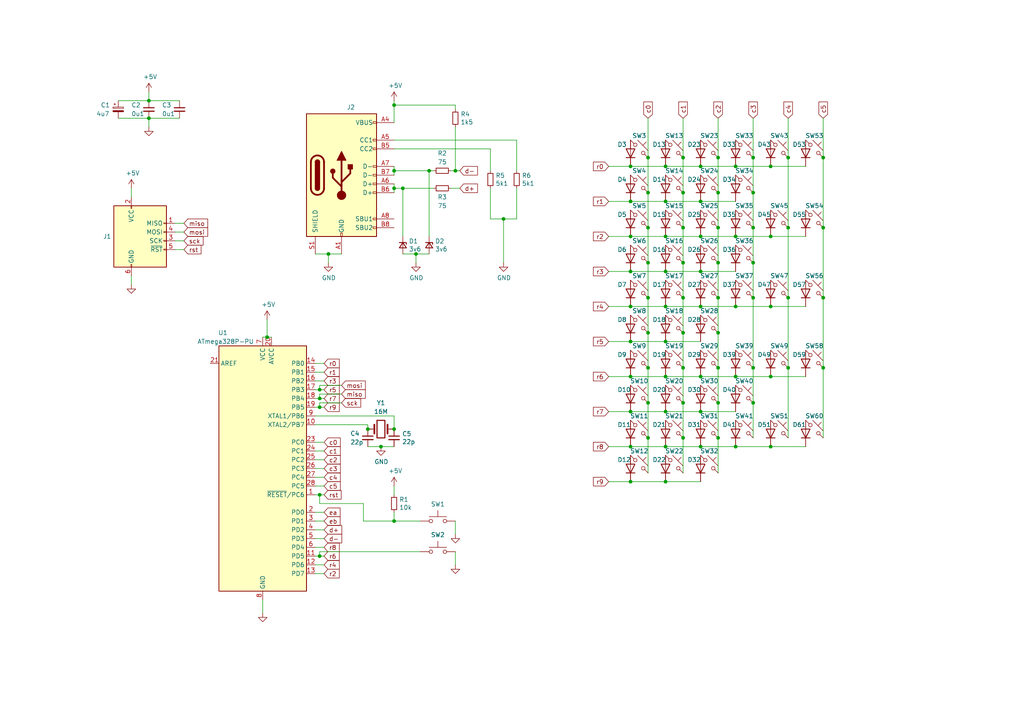
<source format=kicad_sch>
(kicad_sch (version 20231120) (generator "eeschema") (generator_version "8.0")
  (paper "A4")
  (title_block (title "Framework") (date "2021-01-17") (rev "1") (company "7c8"))
  (junction (at 132.08 49.53))
  (junction (at 223.52 48.26))
  (junction (at 193.04 139.7))
  (junction (at 228.6 86.36))
  (junction (at 223.52 88.9))
  (junction (at 223.52 129.54))
  (junction (at 223.52 68.58))
  (junction (at 228.6 66.04))
  (junction (at 218.44 76.2))
  (junction (at 208.28 106.68))
  (junction (at 203.2 119.38))
  (junction (at 203.2 78.74))
  (junction (at 182.88 139.7))
  (junction (at 208.28 55.88))
  (junction (at 213.36 48.26))
  (junction (at 114.3 49.53))
  (junction (at 187.96 127))
  (junction (at 228.6 106.68))
  (junction (at 198.12 127))
  (junction (at 238.76 66.04))
  (junction (at 218.44 66.04))
  (junction (at 203.2 48.26))
  (junction (at 213.36 88.9))
  (junction (at 182.88 78.74))
  (junction (at 218.44 55.88))
  (junction (at 120.65 73.66))
  (junction (at 92.71 115.57))
  (junction (at 182.88 68.58))
  (junction (at 238.76 106.68))
  (junction (at 193.04 48.26))
  (junction (at 223.52 109.22))
  (junction (at 213.36 129.54))
  (junction (at 182.88 99.06))
  (junction (at 208.28 45.72))
  (junction (at 218.44 45.72))
  (junction (at 187.96 116.84))
  (junction (at 208.28 86.36))
  (junction (at 203.2 109.22))
  (junction (at 187.96 76.2))
  (junction (at 198.12 45.72))
  (junction (at 193.04 78.74))
  (junction (at 187.96 96.52))
  (junction (at 193.04 68.58))
  (junction (at 193.04 99.06))
  (junction (at 218.44 86.36))
  (junction (at 218.44 106.68))
  (junction (at 114.3 54.61))
  (junction (at 106.68 124.46))
  (junction (at 92.71 113.03))
  (junction (at 208.28 76.2))
  (junction (at 203.2 68.58))
  (junction (at 114.3 124.46))
  (junction (at 187.96 106.68))
  (junction (at 187.96 55.88))
  (junction (at 182.88 129.54))
  (junction (at 193.04 119.38))
  (junction (at 203.2 58.42))
  (junction (at 208.28 116.84))
  (junction (at 43.18 29.21))
  (junction (at 182.88 119.38))
  (junction (at 92.71 118.11))
  (junction (at 182.88 48.26))
  (junction (at 193.04 88.9))
  (junction (at 182.88 88.9))
  (junction (at 203.2 129.54))
  (junction (at 187.96 45.72))
  (junction (at 198.12 116.84))
  (junction (at 187.96 66.04))
  (junction (at 92.71 161.29))
  (junction (at 77.47 97.79))
  (junction (at 208.28 66.04))
  (junction (at 198.12 96.52))
  (junction (at 114.3 151.13))
  (junction (at 198.12 86.36))
  (junction (at 182.88 109.22))
  (junction (at 208.28 96.52))
  (junction (at 193.04 109.22))
  (junction (at 238.76 86.36))
  (junction (at 92.71 143.51))
  (junction (at 182.88 58.42))
  (junction (at 43.18 34.29))
  (junction (at 114.3 30.48))
  (junction (at 203.2 88.9))
  (junction (at 198.12 76.2))
  (junction (at 116.84 54.61))
  (junction (at 198.12 55.88))
  (junction (at 228.6 45.72))
  (junction (at 213.36 109.22))
  (junction (at 146.05 63.5))
  (junction (at 198.12 106.68))
  (junction (at 218.44 116.84))
  (junction (at 213.36 68.58))
  (junction (at 95.25 73.66))
  (junction (at 193.04 129.54))
  (junction (at 110.49 129.54))
  (junction (at 187.96 86.36))
  (junction (at 193.04 58.42))
  (junction (at 208.28 127))
  (junction (at 238.76 45.72))
  (junction (at 198.12 66.04))
  (junction (at 124.46 49.53))
  (wire (pts (xy 92.71 116.84) (xy 99.06 116.84)))
  (wire (pts (xy 208.28 86.36) (xy 208.28 76.2)))
  (wire (pts (xy 50.8 72.39) (xy 53.34 72.39)))
  (wire (pts (xy 182.88 68.58) (xy 193.04 68.58)))
  (wire (pts (xy 76.2 97.79) (xy 77.47 97.79)))
  (wire (pts (xy 34.29 34.29) (xy 43.18 34.29)))
  (wire (pts (xy 149.86 40.64) (xy 114.3 40.64)))
  (wire (pts (xy 114.3 124.46) (xy 114.3 120.65)))
  (wire (pts (xy 198.12 96.52) (xy 198.12 86.36)))
  (wire (pts (xy 93.98 130.81) (xy 91.44 130.81)))
  (wire (pts (xy 91.44 148.59) (xy 93.98 148.59)))
  (wire (pts (xy 50.8 64.77) (xy 53.34 64.77)))
  (wire (pts (xy 93.98 107.95) (xy 91.44 107.95)))
  (wire (pts (xy 238.76 66.04) (xy 238.76 86.36)))
  (wire (pts (xy 120.65 76.2) (xy 120.65 73.66)))
  (wire (pts (xy 50.8 69.85) (xy 53.34 69.85)))
  (wire (pts (xy 198.12 137.16) (xy 198.12 127)))
  (wire (pts (xy 50.8 67.31) (xy 53.34 67.31)))
  (wire (pts (xy 176.53 119.38) (xy 182.88 119.38)))
  (wire (pts (xy 187.96 116.84) (xy 187.96 106.68)))
  (wire (pts (xy 182.88 99.06) (xy 193.04 99.06)))
  (wire (pts (xy 187.96 86.36) (xy 187.96 76.2)))
  (wire (pts (xy 198.12 116.84) (xy 198.12 106.68)))
  (wire (pts (xy 91.44 105.41) (xy 93.98 105.41)))
  (wire (pts (xy 106.68 129.54) (xy 110.49 129.54)))
  (wire (pts (xy 146.05 63.5) (xy 146.05 76.2)))
  (wire (pts (xy 142.24 54.61) (xy 142.24 63.5)))
  (wire (pts (xy 208.28 106.68) (xy 208.28 96.52)))
  (wire (pts (xy 149.86 63.5) (xy 149.86 54.61)))
  (wire (pts (xy 114.3 120.65) (xy 91.44 120.65)))
  (wire (pts (xy 193.04 68.58) (xy 203.2 68.58)))
  (wire (pts (xy 193.04 58.42) (xy 203.2 58.42)))
  (wire (pts (xy 198.12 76.2) (xy 198.12 66.04)))
  (wire (pts (xy 182.88 109.22) (xy 193.04 109.22)))
  (wire (pts (xy 176.53 88.9) (xy 182.88 88.9)))
  (wire (pts (xy 182.88 48.26) (xy 193.04 48.26)))
  (wire (pts (xy 142.24 49.53) (xy 142.24 43.18)))
  (wire (pts (xy 198.12 127) (xy 198.12 116.84)))
  (wire (pts (xy 92.71 160.02) (xy 92.71 161.29)))
  (wire (pts (xy 203.2 88.9) (xy 213.36 88.9)))
  (wire (pts (xy 95.25 73.66) (xy 99.06 73.66)))
  (wire (pts (xy 176.53 48.26) (xy 182.88 48.26)))
  (wire (pts (xy 223.52 68.58) (xy 233.68 68.58)))
  (wire (pts (xy 91.44 163.83) (xy 93.98 163.83)))
  (wire (pts (xy 114.3 54.61) (xy 116.84 54.61)))
  (wire (pts (xy 95.25 73.66) (xy 95.25 76.2)))
  (wire (pts (xy 77.47 92.71) (xy 77.47 97.79)))
  (wire (pts (xy 93.98 135.89) (xy 91.44 135.89)))
  (wire (pts (xy 114.3 148.59) (xy 114.3 151.13)))
  (wire (pts (xy 114.3 35.56) (xy 114.3 30.48)))
  (wire (pts (xy 91.44 166.37) (xy 93.98 166.37)))
  (wire (pts (xy 77.47 97.79) (xy 78.74 97.79)))
  (wire (pts (xy 187.96 34.29) (xy 187.96 45.72)))
  (wire (pts (xy 228.6 106.68) (xy 228.6 127)))
  (wire (pts (xy 187.96 55.88) (xy 187.96 45.72)))
  (wire (pts (xy 116.84 68.58) (xy 116.84 54.61)))
  (wire (pts (xy 208.28 137.16) (xy 208.28 127)))
  (wire (pts (xy 208.28 127) (xy 208.28 116.84)))
  (wire (pts (xy 182.88 78.74) (xy 193.04 78.74)))
  (wire (pts (xy 213.36 129.54) (xy 223.52 129.54)))
  (wire (pts (xy 218.44 86.36) (xy 218.44 106.68)))
  (wire (pts (xy 208.28 116.84) (xy 208.28 106.68)))
  (wire (pts (xy 238.76 45.72) (xy 238.76 66.04)))
  (wire (pts (xy 182.88 119.38) (xy 193.04 119.38)))
  (wire (pts (xy 218.44 76.2) (xy 218.44 66.04)))
  (wire (pts (xy 176.53 139.7) (xy 182.88 139.7)))
  (wire (pts (xy 203.2 78.74) (xy 213.36 78.74)))
  (wire (pts (xy 176.53 99.06) (xy 182.88 99.06)))
  (wire (pts (xy 203.2 129.54) (xy 213.36 129.54)))
  (wire (pts (xy 106.68 124.46) (xy 106.68 123.19)))
  (wire (pts (xy 76.2 173.99) (xy 76.2 177.8)))
  (wire (pts (xy 105.41 151.13) (xy 114.3 151.13)))
  (wire (pts (xy 114.3 151.13) (xy 121.92 151.13)))
  (wire (pts (xy 228.6 66.04) (xy 228.6 86.36)))
  (wire (pts (xy 91.44 73.66) (xy 95.25 73.66)))
  (wire (pts (xy 218.44 66.04) (xy 218.44 55.88)))
  (wire (pts (xy 193.04 78.74) (xy 203.2 78.74)))
  (wire (pts (xy 116.84 54.61) (xy 125.73 54.61)))
  (wire (pts (xy 92.71 111.76) (xy 99.06 111.76)))
  (wire (pts (xy 187.96 106.68) (xy 187.96 96.52)))
  (wire (pts (xy 132.08 31.75) (xy 132.08 30.48)))
  (wire (pts (xy 91.44 158.75) (xy 93.98 158.75)))
  (wire (pts (xy 105.41 146.05) (xy 105.41 151.13)))
  (wire (pts (xy 114.3 54.61) (xy 114.3 55.88)))
  (wire (pts (xy 218.44 86.36) (xy 218.44 76.2)))
  (wire (pts (xy 187.96 66.04) (xy 187.96 55.88)))
  (wire (pts (xy 142.24 63.5) (xy 146.05 63.5)))
  (wire (pts (xy 208.28 55.88) (xy 208.28 45.72)))
  (wire (pts (xy 91.44 151.13) (xy 93.98 151.13)))
  (wire (pts (xy 238.76 34.29) (xy 238.76 45.72)))
  (wire (pts (xy 193.04 88.9) (xy 203.2 88.9)))
  (wire (pts (xy 92.71 118.11) (xy 92.71 116.84)))
  (wire (pts (xy 193.04 129.54) (xy 203.2 129.54)))
  (wire (pts (xy 176.53 58.42) (xy 182.88 58.42)))
  (wire (pts (xy 213.36 88.9) (xy 223.52 88.9)))
  (wire (pts (xy 130.81 54.61) (xy 133.35 54.61)))
  (wire (pts (xy 43.18 26.67) (xy 43.18 29.21)))
  (wire (pts (xy 187.96 96.52) (xy 187.96 86.36)))
  (wire (pts (xy 92.71 114.3) (xy 99.06 114.3)))
  (wire (pts (xy 92.71 143.51) (xy 92.71 146.05)))
  (wire (pts (xy 92.71 115.57) (xy 92.71 114.3)))
  (wire (pts (xy 38.1 82.55) (xy 38.1 80.01)))
  (wire (pts (xy 193.04 109.22) (xy 203.2 109.22)))
  (wire (pts (xy 91.44 115.57) (xy 92.71 115.57)))
  (wire (pts (xy 92.71 161.29) (xy 93.98 161.29)))
  (wire (pts (xy 193.04 139.7) (xy 203.2 139.7)))
  (wire (pts (xy 238.76 106.68) (xy 238.76 127)))
  (wire (pts (xy 91.44 153.67) (xy 93.98 153.67)))
  (wire (pts (xy 132.08 30.48) (xy 114.3 30.48)))
  (wire (pts (xy 114.3 30.48) (xy 114.3 29.21)))
  (wire (pts (xy 187.96 137.16) (xy 187.96 127)))
  (wire (pts (xy 198.12 34.29) (xy 198.12 45.72)))
  (wire (pts (xy 208.28 76.2) (xy 208.28 66.04)))
  (wire (pts (xy 182.88 139.7) (xy 193.04 139.7)))
  (wire (pts (xy 114.3 49.53) (xy 124.46 49.53)))
  (wire (pts (xy 132.08 36.83) (xy 132.08 49.53)))
  (wire (pts (xy 142.24 43.18) (xy 114.3 43.18)))
  (wire (pts (xy 198.12 55.88) (xy 198.12 45.72)))
  (wire (pts (xy 93.98 128.27) (xy 91.44 128.27)))
  (wire (pts (xy 208.28 34.29) (xy 208.28 45.72)))
  (wire (pts (xy 182.88 88.9) (xy 193.04 88.9)))
  (wire (pts (xy 218.44 55.88) (xy 218.44 45.72)))
  (wire (pts (xy 93.98 138.43) (xy 91.44 138.43)))
  (wire (pts (xy 92.71 143.51) (xy 93.98 143.51)))
  (wire (pts (xy 93.98 133.35) (xy 91.44 133.35)))
  (wire (pts (xy 198.12 66.04) (xy 198.12 55.88)))
  (wire (pts (xy 223.52 88.9) (xy 233.68 88.9)))
  (wire (pts (xy 106.68 123.19) (xy 91.44 123.19)))
  (wire (pts (xy 223.52 48.26) (xy 233.68 48.26)))
  (wire (pts (xy 120.65 73.66) (xy 124.46 73.66)))
  (wire (pts (xy 208.28 66.04) (xy 208.28 55.88)))
  (wire (pts (xy 43.18 36.83) (xy 43.18 34.29)))
  (wire (pts (xy 193.04 119.38) (xy 203.2 119.38)))
  (wire (pts (xy 93.98 115.57) (xy 92.71 115.57)))
  (wire (pts (xy 91.44 143.51) (xy 92.71 143.51)))
  (wire (pts (xy 213.36 68.58) (xy 223.52 68.58)))
  (wire (pts (xy 93.98 113.03) (xy 92.71 113.03)))
  (wire (pts (xy 228.6 86.36) (xy 228.6 106.68)))
  (wire (pts (xy 182.88 58.42) (xy 193.04 58.42)))
  (wire (pts (xy 187.96 76.2) (xy 187.96 66.04)))
  (wire (pts (xy 218.44 127) (xy 218.44 116.84)))
  (wire (pts (xy 176.53 129.54) (xy 182.88 129.54)))
  (wire (pts (xy 218.44 34.29) (xy 218.44 45.72)))
  (wire (pts (xy 124.46 49.53) (xy 125.73 49.53)))
  (wire (pts (xy 187.96 127) (xy 187.96 116.84)))
  (wire (pts (xy 203.2 109.22) (xy 213.36 109.22)))
  (wire (pts (xy 114.3 48.26) (xy 114.3 49.53)))
  (wire (pts (xy 228.6 45.72) (xy 228.6 66.04)))
  (wire (pts (xy 203.2 58.42) (xy 213.36 58.42)))
  (wire (pts (xy 182.88 129.54) (xy 193.04 129.54)))
  (wire (pts (xy 198.12 106.68) (xy 198.12 96.52)))
  (wire (pts (xy 93.98 118.11) (xy 92.71 118.11)))
  (wire (pts (xy 203.2 48.26) (xy 213.36 48.26)))
  (wire (pts (xy 132.08 49.53) (xy 133.35 49.53)))
  (wire (pts (xy 91.44 118.11) (xy 92.71 118.11)))
  (wire (pts (xy 116.84 73.66) (xy 120.65 73.66)))
  (wire (pts (xy 193.04 99.06) (xy 203.2 99.06)))
  (wire (pts (xy 203.2 68.58) (xy 213.36 68.58)))
  (wire (pts (xy 130.81 49.53) (xy 132.08 49.53)))
  (wire (pts (xy 223.52 109.22) (xy 233.68 109.22)))
  (wire (pts (xy 198.12 86.36) (xy 198.12 76.2)))
  (wire (pts (xy 213.36 109.22) (xy 223.52 109.22)))
  (wire (pts (xy 91.44 113.03) (xy 92.71 113.03)))
  (wire (pts (xy 91.44 156.21) (xy 93.98 156.21)))
  (wire (pts (xy 124.46 68.58) (xy 124.46 49.53)))
  (wire (pts (xy 92.71 160.02) (xy 121.92 160.02)))
  (wire (pts (xy 93.98 110.49) (xy 91.44 110.49)))
  (wire (pts (xy 92.71 113.03) (xy 92.71 111.76)))
  (wire (pts (xy 110.49 129.54) (xy 114.3 129.54)))
  (wire (pts (xy 176.53 109.22) (xy 182.88 109.22)))
  (wire (pts (xy 114.3 53.34) (xy 114.3 54.61)))
  (wire (pts (xy 203.2 119.38) (xy 213.36 119.38)))
  (wire (pts (xy 193.04 48.26) (xy 203.2 48.26)))
  (wire (pts (xy 228.6 34.29) (xy 228.6 45.72)))
  (wire (pts (xy 176.53 68.58) (xy 182.88 68.58)))
  (wire (pts (xy 238.76 86.36) (xy 238.76 106.68)))
  (wire (pts (xy 208.28 96.52) (xy 208.28 86.36)))
  (wire (pts (xy 149.86 49.53) (xy 149.86 40.64)))
  (wire (pts (xy 43.18 29.21) (xy 52.07 29.21)))
  (wire (pts (xy 114.3 49.53) (xy 114.3 50.8)))
  (wire (pts (xy 34.29 29.21) (xy 43.18 29.21)))
  (wire (pts (xy 93.98 140.97) (xy 91.44 140.97)))
  (wire (pts (xy 38.1 57.15) (xy 38.1 54.61)))
  (wire (pts (xy 92.71 146.05) (xy 105.41 146.05)))
  (wire (pts (xy 132.08 160.02) (xy 132.08 163.83)))
  (wire (pts (xy 132.08 151.13) (xy 132.08 154.94)))
  (wire (pts (xy 114.3 140.97) (xy 114.3 143.51)))
  (wire (pts (xy 176.53 78.74) (xy 182.88 78.74)))
  (wire (pts (xy 91.44 161.29) (xy 92.71 161.29)))
  (wire (pts (xy 146.05 63.5) (xy 149.86 63.5)))
  (wire (pts (xy 223.52 129.54) (xy 233.68 129.54)))
  (wire (pts (xy 218.44 116.84) (xy 218.44 106.68)))
  (wire (pts (xy 43.18 34.29) (xy 52.07 34.29)))
  (wire (pts (xy 213.36 48.26) (xy 223.52 48.26)))
  (global_label "rst" (shape input) (at 93.98 143.51 0) (property "Intersheetrefs" "${INTERSHEET_REFS}" (effects (hide yes))))
  (global_label "r9" (shape input) (at 176.53 139.7 180) (property "Intersheetrefs" "${INTERSHEET_REFS}" (effects (hide yes))))
  (global_label "mosi" (shape input) (at 99.06 111.76 0) (property "Intersheetrefs" "${INTERSHEET_REFS}" (effects (hide yes))))
  (global_label "c4" (shape input) (at 228.6 34.29 90) (property "Intersheetrefs" "${INTERSHEET_REFS}" (effects (hide yes))))
  (global_label "r5" (shape input) (at 176.53 99.06 180) (property "Intersheetrefs" "${INTERSHEET_REFS}" (effects (hide yes))))
  (global_label "c1" (shape input) (at 198.12 34.29 90) (property "Intersheetrefs" "${INTERSHEET_REFS}" (effects (hide yes))))
  (global_label "eb" (shape input) (at 93.98 151.13 0) (property "Intersheetrefs" "${INTERSHEET_REFS}" (effects (hide yes))))
  (global_label "c5" (shape input) (at 238.76 34.29 90) (property "Intersheetrefs" "${INTERSHEET_REFS}" (effects (hide yes))))
  (global_label "rst" (shape input) (at 53.34 72.39 0) (property "Intersheetrefs" "${INTERSHEET_REFS}" (effects (hide yes))))
  (global_label "r2" (shape input) (at 93.98 166.37 0) (property "Intersheetrefs" "${INTERSHEET_REFS}" (effects (hide yes))))
  (global_label "r7" (shape input) (at 176.53 119.38 180) (property "Intersheetrefs" "${INTERSHEET_REFS}" (effects (hide yes))))
  (global_label "r9" (shape input) (at 93.98 118.11 0) (property "Intersheetrefs" "${INTERSHEET_REFS}" (effects (hide yes))))
  (global_label "d+" (shape input) (at 93.98 153.67 0) (property "Intersheetrefs" "${INTERSHEET_REFS}" (effects (hide yes))))
  (global_label "r7" (shape input) (at 93.98 115.57 0) (property "Intersheetrefs" "${INTERSHEET_REFS}" (effects (hide yes))))
  (global_label "sck" (shape input) (at 53.34 69.85 0) (property "Intersheetrefs" "${INTERSHEET_REFS}" (effects (hide yes))))
  (global_label "r6" (shape input) (at 176.53 109.22 180) (property "Intersheetrefs" "${INTERSHEET_REFS}" (effects (hide yes))))
  (global_label "ea" (shape input) (at 93.98 148.59 0) (property "Intersheetrefs" "${INTERSHEET_REFS}" (effects (hide yes))))
  (global_label "r3" (shape input) (at 93.98 110.49 0) (property "Intersheetrefs" "${INTERSHEET_REFS}" (effects (hide yes))))
  (global_label "miso" (shape input) (at 53.34 64.77 0) (property "Intersheetrefs" "${INTERSHEET_REFS}" (effects (hide yes))))
  (global_label "miso" (shape input) (at 99.06 114.3 0) (property "Intersheetrefs" "${INTERSHEET_REFS}" (effects (hide yes))))
  (global_label "c3" (shape input) (at 93.98 135.89 0) (property "Intersheetrefs" "${INTERSHEET_REFS}" (effects (hide yes))))
  (global_label "c0" (shape input) (at 187.96 34.29 90) (property "Intersheetrefs" "${INTERSHEET_REFS}" (effects (hide yes))))
  (global_label "r4" (shape input) (at 176.53 88.9 180) (property "Intersheetrefs" "${INTERSHEET_REFS}" (effects (hide yes))))
  (global_label "r1" (shape input) (at 176.53 58.42 180) (property "Intersheetrefs" "${INTERSHEET_REFS}" (effects (hide yes))))
  (global_label "d+" (shape input) (at 133.35 54.61 0) (property "Intersheetrefs" "${INTERSHEET_REFS}" (effects (hide yes))))
  (global_label "r3" (shape input) (at 176.53 78.74 180) (property "Intersheetrefs" "${INTERSHEET_REFS}" (effects (hide yes))))
  (global_label "d-" (shape input) (at 133.35 49.53 0) (property "Intersheetrefs" "${INTERSHEET_REFS}" (effects (hide yes))))
  (global_label "r8" (shape input) (at 176.53 129.54 180) (property "Intersheetrefs" "${INTERSHEET_REFS}" (effects (hide yes))))
  (global_label "c0" (shape input) (at 93.98 128.27 0) (property "Intersheetrefs" "${INTERSHEET_REFS}" (effects (hide yes))))
  (global_label "r0" (shape input) (at 93.98 105.41 0) (property "Intersheetrefs" "${INTERSHEET_REFS}" (effects (hide yes))))
  (global_label "r6" (shape input) (at 93.98 161.29 0) (property "Intersheetrefs" "${INTERSHEET_REFS}" (effects (hide yes))))
  (global_label "sck" (shape input) (at 99.06 116.84 0) (property "Intersheetrefs" "${INTERSHEET_REFS}" (effects (hide yes))))
  (global_label "r1" (shape input) (at 93.98 107.95 0) (property "Intersheetrefs" "${INTERSHEET_REFS}" (effects (hide yes))))
  (global_label "d-" (shape input) (at 93.98 156.21 0) (property "Intersheetrefs" "${INTERSHEET_REFS}" (effects (hide yes))))
  (global_label "mosi" (shape input) (at 53.34 67.31 0) (property "Intersheetrefs" "${INTERSHEET_REFS}" (effects (hide yes))))
  (global_label "c2" (shape input) (at 208.28 34.29 90) (property "Intersheetrefs" "${INTERSHEET_REFS}" (effects (hide yes))))
  (global_label "r2" (shape input) (at 176.53 68.58 180) (property "Intersheetrefs" "${INTERSHEET_REFS}" (effects (hide yes))))
  (global_label "r5" (shape input) (at 93.98 113.03 0) (property "Intersheetrefs" "${INTERSHEET_REFS}" (effects (hide yes))))
  (global_label "c3" (shape input) (at 218.44 34.29 90) (property "Intersheetrefs" "${INTERSHEET_REFS}" (effects (hide yes))))
  (global_label "c4" (shape input) (at 93.98 138.43 0) (property "Intersheetrefs" "${INTERSHEET_REFS}" (effects (hide yes))))
  (global_label "c5" (shape input) (at 93.98 140.97 0) (property "Intersheetrefs" "${INTERSHEET_REFS}" (effects (hide yes))))
  (global_label "c1" (shape input) (at 93.98 130.81 0) (property "Intersheetrefs" "${INTERSHEET_REFS}" (effects (hide yes))))
  (global_label "r0" (shape input) (at 176.53 48.26 180) (property "Intersheetrefs" "${INTERSHEET_REFS}" (effects (hide yes))))
  (global_label "r8" (shape input) (at 93.98 158.75 0) (property "Intersheetrefs" "${INTERSHEET_REFS}" (effects (hide yes))))
  (global_label "r4" (shape input) (at 93.98 163.83 0) (property "Intersheetrefs" "${INTERSHEET_REFS}" (effects (hide yes))))
  (global_label "c2" (shape input) (at 93.98 133.35 0) (property "Intersheetrefs" "${INTERSHEET_REFS}" (effects (hide yes))))
  (symbol (lib_id "framework-rescue:ATmega328P-PU-MCU_Microchip_ATmega") (at 76.2 135.89 0) (unit 1)
    (property "Reference" "U1" (at 66.04 96.52 0) (effects (justify right)))
    (property "Value" "ATmega328P-PU" (at 73.66 99.06 0) (effects (justify right)))
    (property "Footprint" "framework:DIP-28_W7.62mm" (effects (hide yes)))
    (property "Datasheet" "http://ww1.microchip.com/downloads/en/DeviceDoc/ATmega328_P%20AVR%20MCU%20with%20picoPower%20Technology%20Data%20Sheet%2040001984A.pdf" (effects (hide yes)))
    (property "DigiKey" "https://www.digikey.ca/en/products/detail/microchip-technology/ATMEGA328-PU/2271026" (effects (hide yes)))
  )
  (symbol (lib_id "framework-rescue:+5V-power") (at 77.47 92.71 0) (unit 1)
    (property "Reference" "#PWR06" (effects (hide yes)))
    (property "Value" "+5V" (at 77.851 88.3158 0))
  )
  (symbol (lib_id "framework-rescue:GND-power") (at 76.2 177.8 0) (unit 1)
    (property "Reference" "#PWR03" (effects (hide yes)))
    (property "Value" "GND" (effects (hide yes)))
  )
  (symbol (lib_id "Device:Crystal") (at 110.49 124.46 0) (unit 1)
    (property "Reference" "Y1" (at 110.49 116.84 0))
    (property "Value" "16M" (at 110.49 119.38 0))
    (property "Footprint" "framework:Crystal_HC49-4H_Vertical" (effects (hide yes)))
    (property "DigiKey" "https://www.digikey.ca/en/products/detail/fox-electronics/FC4STCBMF16-0-BAG200/1024700" (effects (hide yes)))
  )
  (symbol (lib_id "framework-rescue:GND-power") (at 110.49 129.54 0) (unit 1)
    (property "Reference" "#PWR07" (effects (hide yes)))
    (property "Value" "GND" (at 110.617 133.9342 0))
  )
  (symbol (lib_id "Switch:SW_Push_45deg") (at 185.42 43.18 0) (unit 1)
    (property "Reference" "SW3" (at 185.42 39.37 0))
    (property "Value" "SW_Push_45deg" (effects (hide yes)))
    (property "Footprint" "framework:Kailh_socket_MX_no_fsilk" (effects (hide yes)))
  )
  (symbol (lib_id "Device:D") (at 182.88 44.45 90) (unit 1)
    (property "Reference" "D3" (at 179.07 41.91 90) (effects (justify right)))
    (property "Value" "D" (effects (hide yes)))
    (property "Footprint" "framework:D_DO-35_SOD27_P7.62mm_Horizontal" (effects (hide yes)))
    (property "DigiKey" "https://www.digikey.ca/en/products/detail/on-semiconductor/1N4148/458603" (effects (hide yes)))
  )
  (symbol (lib_id "Switch:SW_Push_45deg") (at 195.58 43.18 0) (unit 1)
    (property "Reference" "SW13" (at 195.58 39.37 0))
    (property "Value" "SW_Push_45deg" (effects (hide yes)))
    (property "Footprint" "framework:Kailh_socket_MX_no_fsilk" (effects (hide yes)))
  )
  (symbol (lib_id "Device:D") (at 193.04 44.45 90) (unit 1)
    (property "Reference" "D13" (at 189.23 41.91 90) (effects (justify right)))
    (property "Value" "D" (effects (hide yes)))
    (property "Footprint" "framework:D_DO-35_SOD27_P7.62mm_Horizontal" (effects (hide yes)))
    (property "DigiKey" "https://www.digikey.ca/en/products/detail/on-semiconductor/1N4148/458603" (effects (hide yes)))
  )
  (symbol (lib_id "Switch:SW_Push_45deg") (at 205.74 43.18 0) (unit 1)
    (property "Reference" "SW23" (at 205.74 39.37 0))
    (property "Value" "SW_Push_45deg" (effects (hide yes)))
    (property "Footprint" "framework:Kailh_socket_MX_no_fsilk" (effects (hide yes)))
  )
  (symbol (lib_id "Device:D") (at 203.2 44.45 90) (unit 1)
    (property "Reference" "D23" (at 199.39 41.91 90) (effects (justify right)))
    (property "Value" "D" (effects (hide yes)))
    (property "Footprint" "framework:D_DO-35_SOD27_P7.62mm_Horizontal" (effects (hide yes)))
    (property "DigiKey" "https://www.digikey.ca/en/products/detail/on-semiconductor/1N4148/458603" (effects (hide yes)))
  )
  (symbol (lib_id "Switch:SW_Push_45deg") (at 215.9 43.18 0) (unit 1)
    (property "Reference" "SW33" (at 215.9 39.37 0))
    (property "Value" "SW_Push_45deg" (effects (hide yes)))
    (property "Footprint" "framework:Kailh_socket_MX_no_fsilk" (effects (hide yes)))
  )
  (symbol (lib_id "Device:D") (at 213.36 44.45 90) (unit 1)
    (property "Reference" "D33" (at 209.55 41.91 90) (effects (justify right)))
    (property "Value" "D" (effects (hide yes)))
    (property "Footprint" "framework:D_DO-35_SOD27_P7.62mm_Horizontal" (effects (hide yes)))
    (property "DigiKey" "https://www.digikey.ca/en/products/detail/on-semiconductor/1N4148/458603" (effects (hide yes)))
  )
  (symbol (lib_id "Switch:SW_Push_45deg") (at 226.06 43.18 0) (unit 1)
    (property "Reference" "SW43" (at 226.06 39.37 0))
    (property "Value" "SW_Push_45deg" (effects (hide yes)))
    (property "Footprint" "framework:Kailh_socket_MX_no_fsilk" (effects (hide yes)))
  )
  (symbol (lib_id "Device:D") (at 223.52 44.45 90) (unit 1)
    (property "Reference" "D43" (at 219.71 41.91 90) (effects (justify right)))
    (property "Value" "D" (effects (hide yes)))
    (property "Footprint" "framework:D_DO-35_SOD27_P7.62mm_Horizontal" (effects (hide yes)))
    (property "DigiKey" "https://www.digikey.ca/en/products/detail/on-semiconductor/1N4148/458603" (effects (hide yes)))
  )
  (symbol (lib_id "Switch:SW_Push_45deg") (at 236.22 43.18 0) (unit 1)
    (property "Reference" "SW53" (at 236.22 39.37 0))
    (property "Value" "SW_Push_45deg" (effects (hide yes)))
    (property "Footprint" "framework:Kailh_socket_MX_no_fsilk" (effects (hide yes)))
  )
  (symbol (lib_id "Device:D") (at 233.68 44.45 90) (unit 1)
    (property "Reference" "D53" (at 229.87 41.91 90) (effects (justify right)))
    (property "Value" "D" (effects (hide yes)))
    (property "Footprint" "framework:D_DO-35_SOD27_P7.62mm_Horizontal" (effects (hide yes)))
    (property "DigiKey" "https://www.digikey.ca/en/products/detail/on-semiconductor/1N4148/458603" (effects (hide yes)))
  )
  (symbol (lib_id "Switch:SW_Push_45deg") (at 185.42 53.34 0) (unit 1)
    (property "Reference" "SW4" (at 185.42 49.53 0))
    (property "Value" "SW_Push_45deg" (effects (hide yes)))
    (property "Footprint" "framework:Kailh_socket_MX_no_fsilk" (effects (hide yes)))
  )
  (symbol (lib_id "Device:D") (at 182.88 54.61 90) (unit 1)
    (property "Reference" "D4" (at 179.07 52.07 90) (effects (justify right)))
    (property "Value" "D" (effects (hide yes)))
    (property "Footprint" "framework:D_DO-35_SOD27_P7.62mm_Horizontal" (effects (hide yes)))
    (property "DigiKey" "https://www.digikey.ca/en/products/detail/on-semiconductor/1N4148/458603" (effects (hide yes)))
  )
  (symbol (lib_id "Switch:SW_Push_45deg") (at 195.58 53.34 0) (unit 1)
    (property "Reference" "SW14" (at 195.58 49.53 0))
    (property "Value" "SW_Push_45deg" (effects (hide yes)))
    (property "Footprint" "framework:Kailh_socket_MX_no_fsilk" (effects (hide yes)))
  )
  (symbol (lib_id "Device:D") (at 193.04 54.61 90) (unit 1)
    (property "Reference" "D14" (at 189.23 52.07 90) (effects (justify right)))
    (property "Value" "D" (effects (hide yes)))
    (property "Footprint" "framework:D_DO-35_SOD27_P7.62mm_Horizontal" (effects (hide yes)))
    (property "DigiKey" "https://www.digikey.ca/en/products/detail/on-semiconductor/1N4148/458603" (effects (hide yes)))
  )
  (symbol (lib_id "Switch:SW_Push_45deg") (at 205.74 53.34 0) (unit 1)
    (property "Reference" "SW24" (at 205.74 49.53 0))
    (property "Value" "SW_Push_45deg" (effects (hide yes)))
    (property "Footprint" "framework:Kailh_socket_MX_no_fsilk" (effects (hide yes)))
  )
  (symbol (lib_id "Device:D") (at 203.2 54.61 90) (unit 1)
    (property "Reference" "D24" (at 199.39 52.07 90) (effects (justify right)))
    (property "Value" "D" (effects (hide yes)))
    (property "Footprint" "framework:D_DO-35_SOD27_P7.62mm_Horizontal" (effects (hide yes)))
    (property "DigiKey" "https://www.digikey.ca/en/products/detail/on-semiconductor/1N4148/458603" (effects (hide yes)))
  )
  (symbol (lib_id "Switch:SW_Push_45deg") (at 215.9 53.34 0) (unit 1)
    (property "Reference" "SW34" (at 215.9 49.53 0))
    (property "Value" "SW_Push_45deg" (effects (hide yes)))
    (property "Footprint" "framework:Kailh_socket_MX_no_fsilk" (effects (hide yes)))
  )
  (symbol (lib_id "Device:D") (at 213.36 54.61 90) (unit 1)
    (property "Reference" "D34" (at 209.55 52.07 90) (effects (justify right)))
    (property "Value" "D" (effects (hide yes)))
    (property "Footprint" "framework:D_DO-35_SOD27_P7.62mm_Horizontal" (effects (hide yes)))
    (property "DigiKey" "https://www.digikey.ca/en/products/detail/on-semiconductor/1N4148/458603" (effects (hide yes)))
  )
  (symbol (lib_id "Switch:SW_Push_45deg") (at 185.42 63.5 0) (unit 1)
    (property "Reference" "SW5" (at 185.42 59.69 0))
    (property "Value" "SW_Push_45deg" (effects (hide yes)))
    (property "Footprint" "framework:Kailh_socket_MX_no_fsilk" (effects (hide yes)))
  )
  (symbol (lib_id "Device:D") (at 182.88 64.77 90) (unit 1)
    (property "Reference" "D5" (at 179.07 62.23 90) (effects (justify right)))
    (property "Value" "D" (effects (hide yes)))
    (property "Footprint" "framework:D_DO-35_SOD27_P7.62mm_Horizontal" (effects (hide yes)))
    (property "DigiKey" "https://www.digikey.ca/en/products/detail/on-semiconductor/1N4148/458603" (effects (hide yes)))
  )
  (symbol (lib_id "Switch:SW_Push_45deg") (at 195.58 63.5 0) (unit 1)
    (property "Reference" "SW15" (at 195.58 59.69 0))
    (property "Value" "SW_Push_45deg" (effects (hide yes)))
    (property "Footprint" "framework:Kailh_socket_MX_no_fsilk" (effects (hide yes)))
  )
  (symbol (lib_id "Device:D") (at 193.04 64.77 90) (unit 1)
    (property "Reference" "D15" (at 189.23 62.23 90) (effects (justify right)))
    (property "Value" "D" (effects (hide yes)))
    (property "Footprint" "framework:D_DO-35_SOD27_P7.62mm_Horizontal" (effects (hide yes)))
    (property "DigiKey" "https://www.digikey.ca/en/products/detail/on-semiconductor/1N4148/458603" (effects (hide yes)))
  )
  (symbol (lib_id "Switch:SW_Push_45deg") (at 205.74 63.5 0) (unit 1)
    (property "Reference" "SW25" (at 205.74 59.69 0))
    (property "Value" "SW_Push_45deg" (effects (hide yes)))
    (property "Footprint" "framework:Kailh_socket_MX_no_fsilk" (effects (hide yes)))
  )
  (symbol (lib_id "Device:D") (at 203.2 64.77 90) (unit 1)
    (property "Reference" "D25" (at 199.39 62.23 90) (effects (justify right)))
    (property "Value" "D" (effects (hide yes)))
    (property "Footprint" "framework:D_DO-35_SOD27_P7.62mm_Horizontal" (effects (hide yes)))
    (property "DigiKey" "https://www.digikey.ca/en/products/detail/on-semiconductor/1N4148/458603" (effects (hide yes)))
  )
  (symbol (lib_id "Switch:SW_Push_45deg") (at 215.9 63.5 0) (unit 1)
    (property "Reference" "SW35" (at 215.9 59.69 0))
    (property "Value" "SW_Push_45deg" (effects (hide yes)))
    (property "Footprint" "framework:Kailh_socket_MX_no_fsilk" (effects (hide yes)))
  )
  (symbol (lib_id "Device:D") (at 213.36 64.77 90) (unit 1)
    (property "Reference" "D35" (at 209.55 62.23 90) (effects (justify right)))
    (property "Value" "D" (effects (hide yes)))
    (property "Footprint" "framework:D_DO-35_SOD27_P7.62mm_Horizontal" (effects (hide yes)))
    (property "DigiKey" "https://www.digikey.ca/en/products/detail/on-semiconductor/1N4148/458603" (effects (hide yes)))
  )
  (symbol (lib_id "Switch:SW_Push_45deg") (at 226.06 63.5 0) (unit 1)
    (property "Reference" "SW45" (at 226.06 59.69 0))
    (property "Value" "SW_Push_45deg" (effects (hide yes)))
    (property "Footprint" "framework:Kailh_socket_MX_no_fsilk" (effects (hide yes)))
  )
  (symbol (lib_id "Device:D") (at 223.52 64.77 90) (unit 1)
    (property "Reference" "D45" (at 219.71 62.23 90) (effects (justify right)))
    (property "Value" "D" (effects (hide yes)))
    (property "Footprint" "framework:D_DO-35_SOD27_P7.62mm_Horizontal" (effects (hide yes)))
    (property "DigiKey" "https://www.digikey.ca/en/products/detail/on-semiconductor/1N4148/458603" (effects (hide yes)))
  )
  (symbol (lib_id "Switch:SW_Push_45deg") (at 236.22 63.5 0) (unit 1)
    (property "Reference" "SW54" (at 236.22 59.69 0))
    (property "Value" "SW_Push_45deg" (effects (hide yes)))
    (property "Footprint" "framework:Kailh_socket_MX_no_fsilk" (effects (hide yes)))
  )
  (symbol (lib_id "Device:D") (at 233.68 64.77 90) (unit 1)
    (property "Reference" "D55" (at 229.87 62.23 90) (effects (justify right)))
    (property "Value" "D" (effects (hide yes)))
    (property "Footprint" "framework:D_DO-35_SOD27_P7.62mm_Horizontal" (effects (hide yes)))
    (property "DigiKey" "https://www.digikey.ca/en/products/detail/on-semiconductor/1N4148/458603" (effects (hide yes)))
  )
  (symbol (lib_id "Switch:SW_Push_45deg") (at 185.42 73.66 0) (unit 1)
    (property "Reference" "SW6" (at 185.42 69.85 0))
    (property "Value" "SW_Push_45deg" (effects (hide yes)))
    (property "Footprint" "framework:Kailh_socket_MX_no_fsilk" (effects (hide yes)))
  )
  (symbol (lib_id "Device:D") (at 182.88 74.93 90) (unit 1)
    (property "Reference" "D6" (at 179.07 72.39 90) (effects (justify right)))
    (property "Value" "D" (effects (hide yes)))
    (property "Footprint" "framework:D_DO-35_SOD27_P7.62mm_Horizontal" (effects (hide yes)))
    (property "DigiKey" "https://www.digikey.ca/en/products/detail/on-semiconductor/1N4148/458603" (effects (hide yes)))
  )
  (symbol (lib_id "Switch:SW_Push_45deg") (at 195.58 73.66 0) (unit 1)
    (property "Reference" "SW16" (at 195.58 69.85 0))
    (property "Value" "SW_Push_45deg" (effects (hide yes)))
    (property "Footprint" "framework:Kailh_socket_MX_no_fsilk" (effects (hide yes)))
  )
  (symbol (lib_id "Device:D") (at 193.04 74.93 90) (unit 1)
    (property "Reference" "D16" (at 189.23 72.39 90) (effects (justify right)))
    (property "Value" "D" (effects (hide yes)))
    (property "Footprint" "framework:D_DO-35_SOD27_P7.62mm_Horizontal" (effects (hide yes)))
    (property "DigiKey" "https://www.digikey.ca/en/products/detail/on-semiconductor/1N4148/458603" (effects (hide yes)))
  )
  (symbol (lib_id "Switch:SW_Push_45deg") (at 205.74 73.66 0) (unit 1)
    (property "Reference" "SW26" (at 205.74 69.85 0))
    (property "Value" "SW_Push_45deg" (effects (hide yes)))
    (property "Footprint" "framework:Kailh_socket_MX_no_fsilk" (effects (hide yes)))
  )
  (symbol (lib_id "Device:D") (at 203.2 74.93 90) (unit 1)
    (property "Reference" "D26" (at 199.39 72.39 90) (effects (justify right)))
    (property "Value" "D" (effects (hide yes)))
    (property "Footprint" "framework:D_DO-35_SOD27_P7.62mm_Horizontal" (effects (hide yes)))
    (property "DigiKey" "https://www.digikey.ca/en/products/detail/on-semiconductor/1N4148/458603" (effects (hide yes)))
  )
  (symbol (lib_id "Switch:SW_Push_45deg") (at 215.9 73.66 0) (unit 1)
    (property "Reference" "SW36" (at 215.9 69.85 0))
    (property "Value" "SW_Push_45deg" (effects (hide yes)))
    (property "Footprint" "framework:Kailh_socket_MX_no_fsilk" (effects (hide yes)))
  )
  (symbol (lib_id "Device:D") (at 213.36 74.93 90) (unit 1)
    (property "Reference" "D36" (at 209.55 72.39 90) (effects (justify right)))
    (property "Value" "D" (effects (hide yes)))
    (property "Footprint" "framework:D_DO-35_SOD27_P7.62mm_Horizontal" (effects (hide yes)))
    (property "DigiKey" "https://www.digikey.ca/en/products/detail/on-semiconductor/1N4148/458603" (effects (hide yes)))
  )
  (symbol (lib_id "Switch:SW_Push_45deg") (at 185.42 83.82 0) (unit 1)
    (property "Reference" "SW7" (at 185.42 80.01 0))
    (property "Value" "SW_Push_45deg" (effects (hide yes)))
    (property "Footprint" "framework:Kailh_socket_MX_no_fsilk" (effects (hide yes)))
  )
  (symbol (lib_id "Device:D") (at 182.88 85.09 90) (unit 1)
    (property "Reference" "D7" (at 179.07 82.55 90) (effects (justify right)))
    (property "Value" "D" (effects (hide yes)))
    (property "Footprint" "framework:D_DO-35_SOD27_P7.62mm_Horizontal" (effects (hide yes)))
    (property "DigiKey" "https://www.digikey.ca/en/products/detail/on-semiconductor/1N4148/458603" (effects (hide yes)))
  )
  (symbol (lib_id "Switch:SW_Push_45deg") (at 195.58 83.82 0) (unit 1)
    (property "Reference" "SW17" (at 195.58 80.01 0))
    (property "Value" "SW_Push_45deg" (effects (hide yes)))
    (property "Footprint" "framework:Kailh_socket_MX_no_fsilk" (effects (hide yes)))
  )
  (symbol (lib_id "Device:D") (at 193.04 85.09 90) (unit 1)
    (property "Reference" "D17" (at 189.23 82.55 90) (effects (justify right)))
    (property "Value" "D" (effects (hide yes)))
    (property "Footprint" "framework:D_DO-35_SOD27_P7.62mm_Horizontal" (effects (hide yes)))
    (property "DigiKey" "https://www.digikey.ca/en/products/detail/on-semiconductor/1N4148/458603" (effects (hide yes)))
  )
  (symbol (lib_id "Switch:SW_Push_45deg") (at 205.74 83.82 0) (unit 1)
    (property "Reference" "SW27" (at 205.74 80.01 0))
    (property "Value" "SW_Push_45deg" (effects (hide yes)))
    (property "Footprint" "framework:Kailh_socket_MX_no_fsilk" (effects (hide yes)))
  )
  (symbol (lib_id "Device:D") (at 203.2 85.09 90) (unit 1)
    (property "Reference" "D27" (at 199.39 82.55 90) (effects (justify right)))
    (property "Value" "D" (effects (hide yes)))
    (property "Footprint" "framework:D_DO-35_SOD27_P7.62mm_Horizontal" (effects (hide yes)))
    (property "DigiKey" "https://www.digikey.ca/en/products/detail/on-semiconductor/1N4148/458603" (effects (hide yes)))
  )
  (symbol (lib_id "Switch:SW_Push_45deg") (at 215.9 83.82 0) (unit 1)
    (property "Reference" "SW37" (at 215.9 80.01 0))
    (property "Value" "SW_Push_45deg" (effects (hide yes)))
    (property "Footprint" "framework:Kailh_socket_MX_no_fsilk" (effects (hide yes)))
  )
  (symbol (lib_id "Device:D") (at 213.36 85.09 90) (unit 1)
    (property "Reference" "D37" (at 209.55 82.55 90) (effects (justify right)))
    (property "Value" "D" (effects (hide yes)))
    (property "Footprint" "framework:D_DO-35_SOD27_P7.62mm_Horizontal" (effects (hide yes)))
    (property "DigiKey" "https://www.digikey.ca/en/products/detail/on-semiconductor/1N4148/458603" (effects (hide yes)))
  )
  (symbol (lib_id "Switch:SW_Push_45deg") (at 226.06 83.82 0) (unit 1)
    (property "Reference" "SW47" (at 226.06 80.01 0))
    (property "Value" "SW_Push_45deg" (effects (hide yes)))
    (property "Footprint" "framework:Kailh_socket_MX_no_fsilk" (effects (hide yes)))
  )
  (symbol (lib_id "Device:D") (at 223.52 85.09 90) (unit 1)
    (property "Reference" "D47" (at 219.71 82.55 90) (effects (justify right)))
    (property "Value" "D" (effects (hide yes)))
    (property "Footprint" "framework:D_DO-35_SOD27_P7.62mm_Horizontal" (effects (hide yes)))
    (property "DigiKey" "https://www.digikey.ca/en/products/detail/on-semiconductor/1N4148/458603" (effects (hide yes)))
  )
  (symbol (lib_id "Switch:SW_Push_45deg") (at 236.22 83.82 0) (unit 1)
    (property "Reference" "SW56" (at 236.22 80.01 0))
    (property "Value" "SW_Push_45deg" (effects (hide yes)))
    (property "Footprint" "framework:Kailh_socket_MX_no_fsilk" (effects (hide yes)))
  )
  (symbol (lib_id "Device:D") (at 233.68 85.09 90) (unit 1)
    (property "Reference" "D57" (at 229.87 82.55 90) (effects (justify right)))
    (property "Value" "D" (effects (hide yes)))
    (property "Footprint" "framework:D_DO-35_SOD27_P7.62mm_Horizontal" (effects (hide yes)))
    (property "DigiKey" "https://www.digikey.ca/en/products/detail/on-semiconductor/1N4148/458603" (effects (hide yes)))
  )
  (symbol (lib_id "Switch:SW_Push_45deg") (at 185.42 93.98 0) (unit 1)
    (property "Reference" "SW8" (at 185.42 90.17 0))
    (property "Value" "SW_Push_45deg" (effects (hide yes)))
    (property "Footprint" "framework:Kailh_socket_MX_no_fsilk" (effects (hide yes)))
  )
  (symbol (lib_id "Device:D") (at 182.88 95.25 90) (unit 1)
    (property "Reference" "D8" (at 179.07 92.71 90) (effects (justify right)))
    (property "Value" "D" (effects (hide yes)))
    (property "Footprint" "framework:D_DO-35_SOD27_P7.62mm_Horizontal" (effects (hide yes)))
    (property "DigiKey" "https://www.digikey.ca/en/products/detail/on-semiconductor/1N4148/458603" (effects (hide yes)))
  )
  (symbol (lib_id "Switch:SW_Push_45deg") (at 195.58 93.98 0) (unit 1)
    (property "Reference" "SW18" (at 195.58 90.17 0))
    (property "Value" "SW_Push_45deg" (effects (hide yes)))
    (property "Footprint" "framework:Kailh_socket_MX_no_fsilk" (effects (hide yes)))
  )
  (symbol (lib_id "Device:D") (at 193.04 95.25 90) (unit 1)
    (property "Reference" "D18" (at 189.23 92.71 90) (effects (justify right)))
    (property "Value" "D" (effects (hide yes)))
    (property "Footprint" "framework:D_DO-35_SOD27_P7.62mm_Horizontal" (effects (hide yes)))
    (property "DigiKey" "https://www.digikey.ca/en/products/detail/on-semiconductor/1N4148/458603" (effects (hide yes)))
  )
  (symbol (lib_id "Switch:SW_Push_45deg") (at 205.74 93.98 0) (unit 1)
    (property "Reference" "SW28" (at 205.74 90.17 0))
    (property "Value" "SW_Push_45deg" (effects (hide yes)))
    (property "Footprint" "framework:Kailh_socket_MX_no_fsilk" (effects (hide yes)))
  )
  (symbol (lib_id "Device:D") (at 203.2 95.25 90) (unit 1)
    (property "Reference" "D28" (at 199.39 92.71 90) (effects (justify right)))
    (property "Value" "D" (effects (hide yes)))
    (property "Footprint" "framework:D_DO-35_SOD27_P7.62mm_Horizontal" (effects (hide yes)))
    (property "DigiKey" "https://www.digikey.ca/en/products/detail/on-semiconductor/1N4148/458603" (effects (hide yes)))
  )
  (symbol (lib_id "Switch:SW_Push_45deg") (at 185.42 104.14 0) (unit 1)
    (property "Reference" "SW9" (at 185.42 100.33 0))
    (property "Value" "SW_Push_45deg" (effects (hide yes)))
    (property "Footprint" "framework:Kailh_socket_MX_no_fsilk" (effects (hide yes)))
  )
  (symbol (lib_id "Device:D") (at 182.88 105.41 90) (unit 1)
    (property "Reference" "D9" (at 179.07 102.87 90) (effects (justify right)))
    (property "Value" "D" (effects (hide yes)))
    (property "Footprint" "framework:D_DO-35_SOD27_P7.62mm_Horizontal" (effects (hide yes)))
    (property "DigiKey" "https://www.digikey.ca/en/products/detail/on-semiconductor/1N4148/458603" (effects (hide yes)))
  )
  (symbol (lib_id "Switch:SW_Push_45deg") (at 195.58 104.14 0) (unit 1)
    (property "Reference" "SW19" (at 195.58 100.33 0))
    (property "Value" "SW_Push_45deg" (effects (hide yes)))
    (property "Footprint" "framework:Kailh_socket_MX_no_fsilk" (effects (hide yes)))
  )
  (symbol (lib_id "Device:D") (at 193.04 105.41 90) (unit 1)
    (property "Reference" "D19" (at 189.23 102.87 90) (effects (justify right)))
    (property "Value" "D" (effects (hide yes)))
    (property "Footprint" "framework:D_DO-35_SOD27_P7.62mm_Horizontal" (effects (hide yes)))
    (property "DigiKey" "https://www.digikey.ca/en/products/detail/on-semiconductor/1N4148/458603" (effects (hide yes)))
  )
  (symbol (lib_id "Switch:SW_Push_45deg") (at 205.74 104.14 0) (unit 1)
    (property "Reference" "SW29" (at 205.74 100.33 0))
    (property "Value" "SW_Push_45deg" (effects (hide yes)))
    (property "Footprint" "framework:Kailh_socket_MX_no_fsilk" (effects (hide yes)))
  )
  (symbol (lib_id "Device:D") (at 203.2 105.41 90) (unit 1)
    (property "Reference" "D29" (at 199.39 102.87 90) (effects (justify right)))
    (property "Value" "D" (effects (hide yes)))
    (property "Footprint" "framework:D_DO-35_SOD27_P7.62mm_Horizontal" (effects (hide yes)))
    (property "DigiKey" "https://www.digikey.ca/en/products/detail/on-semiconductor/1N4148/458603" (effects (hide yes)))
  )
  (symbol (lib_id "Switch:SW_Push_45deg") (at 215.9 104.14 0) (unit 1)
    (property "Reference" "SW39" (at 215.9 100.33 0))
    (property "Value" "SW_Push_45deg" (effects (hide yes)))
    (property "Footprint" "framework:Kailh_socket_MX_no_fsilk" (effects (hide yes)))
  )
  (symbol (lib_id "Device:D") (at 213.36 105.41 90) (unit 1)
    (property "Reference" "D39" (at 209.55 102.87 90) (effects (justify right)))
    (property "Value" "D" (effects (hide yes)))
    (property "Footprint" "framework:D_DO-35_SOD27_P7.62mm_Horizontal" (effects (hide yes)))
    (property "DigiKey" "https://www.digikey.ca/en/products/detail/on-semiconductor/1N4148/458603" (effects (hide yes)))
  )
  (symbol (lib_id "Switch:SW_Push_45deg") (at 226.06 104.14 0) (unit 1)
    (property "Reference" "SW49" (at 226.06 100.33 0))
    (property "Value" "SW_Push_45deg" (effects (hide yes)))
    (property "Footprint" "framework:Kailh_socket_MX_no_fsilk" (effects (hide yes)))
  )
  (symbol (lib_id "Device:D") (at 223.52 105.41 90) (unit 1)
    (property "Reference" "D49" (at 219.71 102.87 90) (effects (justify right)))
    (property "Value" "D" (effects (hide yes)))
    (property "Footprint" "framework:D_DO-35_SOD27_P7.62mm_Horizontal" (effects (hide yes)))
    (property "DigiKey" "https://www.digikey.ca/en/products/detail/on-semiconductor/1N4148/458603" (effects (hide yes)))
  )
  (symbol (lib_id "Switch:SW_Push_45deg") (at 236.22 104.14 0) (unit 1)
    (property "Reference" "SW58" (at 236.22 100.33 0))
    (property "Value" "SW_Push_45deg" (effects (hide yes)))
    (property "Footprint" "framework:Kailh_socket_MX_no_fsilk" (effects (hide yes)))
  )
  (symbol (lib_id "Device:D") (at 233.68 105.41 90) (unit 1)
    (property "Reference" "D59" (at 229.87 102.87 90) (effects (justify right)))
    (property "Value" "D" (effects (hide yes)))
    (property "Footprint" "framework:D_DO-35_SOD27_P7.62mm_Horizontal" (effects (hide yes)))
    (property "DigiKey" "https://www.digikey.ca/en/products/detail/on-semiconductor/1N4148/458603" (effects (hide yes)))
  )
  (symbol (lib_id "Switch:SW_Push_45deg") (at 185.42 114.3 0) (unit 1)
    (property "Reference" "SW10" (at 185.42 110.49 0))
    (property "Value" "SW_Push_45deg" (effects (hide yes)))
    (property "Footprint" "framework:Kailh_socket_MX_no_fsilk" (effects (hide yes)))
  )
  (symbol (lib_id "Device:D") (at 182.88 115.57 90) (unit 1)
    (property "Reference" "D10" (at 179.07 113.03 90) (effects (justify right)))
    (property "Value" "D" (effects (hide yes)))
    (property "Footprint" "framework:D_DO-35_SOD27_P7.62mm_Horizontal" (effects (hide yes)))
    (property "DigiKey" "https://www.digikey.ca/en/products/detail/on-semiconductor/1N4148/458603" (effects (hide yes)))
  )
  (symbol (lib_id "Switch:SW_Push_45deg") (at 195.58 114.3 0) (unit 1)
    (property "Reference" "SW20" (at 195.58 110.49 0))
    (property "Value" "SW_Push_45deg" (effects (hide yes)))
    (property "Footprint" "framework:Kailh_socket_MX_no_fsilk" (effects (hide yes)))
  )
  (symbol (lib_id "Device:D") (at 193.04 115.57 90) (unit 1)
    (property "Reference" "D20" (at 189.23 113.03 90) (effects (justify right)))
    (property "Value" "D" (effects (hide yes)))
    (property "Footprint" "framework:D_DO-35_SOD27_P7.62mm_Horizontal" (effects (hide yes)))
    (property "DigiKey" "https://www.digikey.ca/en/products/detail/on-semiconductor/1N4148/458603" (effects (hide yes)))
  )
  (symbol (lib_id "Switch:SW_Push_45deg") (at 205.74 114.3 0) (unit 1)
    (property "Reference" "SW30" (at 205.74 110.49 0))
    (property "Value" "SW_Push_45deg" (effects (hide yes)))
    (property "Footprint" "framework:Kailh_socket_MX_no_fsilk" (effects (hide yes)))
  )
  (symbol (lib_id "Device:D") (at 203.2 115.57 90) (unit 1)
    (property "Reference" "D30" (at 199.39 113.03 90) (effects (justify right)))
    (property "Value" "D" (effects (hide yes)))
    (property "Footprint" "framework:D_DO-35_SOD27_P7.62mm_Horizontal" (effects (hide yes)))
    (property "DigiKey" "https://www.digikey.ca/en/products/detail/on-semiconductor/1N4148/458603" (effects (hide yes)))
  )
  (symbol (lib_id "Switch:SW_Push_45deg") (at 215.9 114.3 0) (unit 1)
    (property "Reference" "SW40" (at 215.9 110.49 0))
    (property "Value" "SW_Push_45deg" (effects (hide yes)))
    (property "Footprint" "framework:Kailh_socket_MX_no_fsilk" (effects (hide yes)))
  )
  (symbol (lib_id "Device:D") (at 213.36 115.57 90) (unit 1)
    (property "Reference" "D40" (at 209.55 113.03 90) (effects (justify right)))
    (property "Value" "D" (effects (hide yes)))
    (property "Footprint" "framework:D_DO-35_SOD27_P7.62mm_Horizontal" (effects (hide yes)))
    (property "DigiKey" "https://www.digikey.ca/en/products/detail/on-semiconductor/1N4148/458603" (effects (hide yes)))
  )
  (symbol (lib_id "Switch:SW_Push_45deg") (at 185.42 124.46 0) (unit 1)
    (property "Reference" "SW11" (at 185.42 120.65 0))
    (property "Value" "SW_Push_45deg" (effects (hide yes)))
    (property "Footprint" "framework:Kailh_socket_MX_no_fsilk" (effects (hide yes)))
  )
  (symbol (lib_id "Device:D") (at 182.88 125.73 90) (unit 1)
    (property "Reference" "D11" (at 179.07 123.19 90) (effects (justify right)))
    (property "Value" "D" (effects (hide yes)))
    (property "Footprint" "framework:D_DO-35_SOD27_P7.62mm_Horizontal" (effects (hide yes)))
    (property "DigiKey" "https://www.digikey.ca/en/products/detail/on-semiconductor/1N4148/458603" (effects (hide yes)))
  )
  (symbol (lib_id "Switch:SW_Push_45deg") (at 195.58 124.46 0) (unit 1)
    (property "Reference" "SW21" (at 195.58 120.65 0))
    (property "Value" "SW_Push_45deg" (effects (hide yes)))
    (property "Footprint" "framework:Kailh_socket_MX_no_fsilk" (effects (hide yes)))
  )
  (symbol (lib_id "Device:D") (at 193.04 125.73 90) (unit 1)
    (property "Reference" "D21" (at 189.23 123.19 90) (effects (justify right)))
    (property "Value" "D" (effects (hide yes)))
    (property "Footprint" "framework:D_DO-35_SOD27_P7.62mm_Horizontal" (effects (hide yes)))
    (property "DigiKey" "https://www.digikey.ca/en/products/detail/on-semiconductor/1N4148/458603" (effects (hide yes)))
  )
  (symbol (lib_id "Switch:SW_Push_45deg") (at 205.74 124.46 0) (unit 1)
    (property "Reference" "SW31" (at 205.74 120.65 0))
    (property "Value" "SW_Push_45deg" (effects (hide yes)))
    (property "Footprint" "framework:Kailh_socket_MX_no_fsilk" (effects (hide yes)))
  )
  (symbol (lib_id "Device:D") (at 203.2 125.73 90) (unit 1)
    (property "Reference" "D31" (at 199.39 123.19 90) (effects (justify right)))
    (property "Value" "D" (effects (hide yes)))
    (property "Footprint" "framework:D_DO-35_SOD27_P7.62mm_Horizontal" (effects (hide yes)))
    (property "DigiKey" "https://www.digikey.ca/en/products/detail/on-semiconductor/1N4148/458603" (effects (hide yes)))
  )
  (symbol (lib_id "Switch:SW_Push_45deg") (at 215.9 124.46 0) (unit 1)
    (property "Reference" "SW41" (at 215.9 120.65 0))
    (property "Value" "SW_Push_45deg" (effects (hide yes)))
    (property "Footprint" "framework:Kailh_socket_MX_no_fsilk" (effects (hide yes)))
  )
  (symbol (lib_id "Device:D") (at 213.36 125.73 90) (unit 1)
    (property "Reference" "D41" (at 209.55 123.19 90) (effects (justify right)))
    (property "Value" "D" (effects (hide yes)))
    (property "Footprint" "framework:D_DO-35_SOD27_P7.62mm_Horizontal" (effects (hide yes)))
    (property "DigiKey" "https://www.digikey.ca/en/products/detail/on-semiconductor/1N4148/458603" (effects (hide yes)))
  )
  (symbol (lib_id "Switch:SW_Push_45deg") (at 226.06 124.46 0) (unit 1)
    (property "Reference" "SW51" (at 226.06 120.65 0))
    (property "Value" "SW_Push_45deg" (effects (hide yes)))
    (property "Footprint" "framework:Kailh_socket_MX_no_fsilk" (effects (hide yes)))
  )
  (symbol (lib_id "Device:D") (at 223.52 125.73 90) (unit 1)
    (property "Reference" "D51" (at 219.71 123.19 90) (effects (justify right)))
    (property "Value" "D" (effects (hide yes)))
    (property "Footprint" "framework:D_DO-35_SOD27_P7.62mm_Horizontal" (effects (hide yes)))
    (property "DigiKey" "https://www.digikey.ca/en/products/detail/on-semiconductor/1N4148/458603" (effects (hide yes)))
  )
  (symbol (lib_id "Switch:SW_Push_45deg") (at 236.22 124.46 0) (unit 1)
    (property "Reference" "SW60" (at 236.22 120.65 0))
    (property "Value" "SW_Push_45deg" (effects (hide yes)))
    (property "Footprint" "framework:Kailh_socket_MX_no_fsilk" (effects (hide yes)))
  )
  (symbol (lib_id "Device:D") (at 233.68 125.73 90) (unit 1)
    (property "Reference" "D61" (at 229.87 123.19 90) (effects (justify right)))
    (property "Value" "D" (effects (hide yes)))
    (property "Footprint" "framework:D_DO-35_SOD27_P7.62mm_Horizontal" (effects (hide yes)))
    (property "DigiKey" "https://www.digikey.ca/en/products/detail/on-semiconductor/1N4148/458603" (effects (hide yes)))
  )
  (symbol (lib_id "Switch:SW_Push_45deg") (at 185.42 134.62 0) (unit 1)
    (property "Reference" "SW12" (at 185.42 130.81 0))
    (property "Value" "SW_Push_45deg" (effects (hide yes)))
    (property "Footprint" "framework:Kailh_socket_MX_no_fsilk" (effects (hide yes)))
  )
  (symbol (lib_id "Device:D") (at 182.88 135.89 90) (unit 1)
    (property "Reference" "D12" (at 179.07 133.35 90) (effects (justify right)))
    (property "Value" "D" (effects (hide yes)))
    (property "Footprint" "framework:D_DO-35_SOD27_P7.62mm_Horizontal" (effects (hide yes)))
    (property "DigiKey" "https://www.digikey.ca/en/products/detail/on-semiconductor/1N4148/458603" (effects (hide yes)))
  )
  (symbol (lib_id "Switch:SW_Push_45deg") (at 195.58 134.62 0) (unit 1)
    (property "Reference" "SW22" (at 195.58 130.81 0))
    (property "Value" "SW_Push_45deg" (effects (hide yes)))
    (property "Footprint" "framework:Kailh_socket_MX_no_fsilk" (effects (hide yes)))
  )
  (symbol (lib_id "Device:D") (at 193.04 135.89 90) (unit 1)
    (property "Reference" "D22" (at 189.23 133.35 90) (effects (justify right)))
    (property "Value" "D" (effects (hide yes)))
    (property "Footprint" "framework:D_DO-35_SOD27_P7.62mm_Horizontal" (effects (hide yes)))
    (property "DigiKey" "https://www.digikey.ca/en/products/detail/on-semiconductor/1N4148/458603" (effects (hide yes)))
  )
  (symbol (lib_id "Switch:SW_Push_45deg") (at 205.74 134.62 0) (unit 1)
    (property "Reference" "SW32" (at 205.74 130.81 0))
    (property "Value" "SW_Push_45deg" (effects (hide yes)))
    (property "Footprint" "framework:Kailh_socket_MX_no_fsilk" (effects (hide yes)))
  )
  (symbol (lib_id "Device:D") (at 203.2 135.89 90) (unit 1)
    (property "Reference" "D32" (at 199.39 133.35 90) (effects (justify right)))
    (property "Value" "D" (effects (hide yes)))
    (property "Footprint" "framework:D_DO-35_SOD27_P7.62mm_Horizontal" (effects (hide yes)))
    (property "DigiKey" "https://www.digikey.ca/en/products/detail/on-semiconductor/1N4148/458603" (effects (hide yes)))
  )
  (symbol (lib_id "Connector:AVR-ISP-6") (at 40.64 69.85 0) (unit 1)
    (property "Reference" "J1" (at 32.2834 68.58 0) (effects (justify right)))
    (property "Value" "AVR-ISP-6" (effects (hide yes)))
    (property "Footprint" "framework:PinHeader_2x03_P2.54mm_Vertical" (effects (hide yes)))
    (property "DigiKey" "https://www.digikey.ca/en/products/detail/sullins-connector-solutions/GRPB032VWVN-RC/1786453" (effects (hide yes)))
  )
  (symbol (lib_id "framework-rescue:GND-power") (at 38.1 82.55 0) (unit 1)
    (property "Reference" "#PWR02" (effects (hide yes)))
    (property "Value" "GND" (effects (hide yes)))
  )
  (symbol (lib_id "framework-rescue:+5V-power") (at 38.1 54.61 0) (unit 1)
    (property "Reference" "#PWR01" (effects (hide yes)))
    (property "Value" "+5V" (at 38.481 50.2158 0))
  )
  (symbol (lib_id "framework-rescue:USB_C_Receptacle_USB2.0-Connector") (at 99.06 50.8 0) (unit 1)
    (property "Reference" "J2" (at 101.7778 31.115 0))
    (property "Value" "USB_C_Receptacle_USB2.0" (effects (hide yes)))
    (property "Footprint" "framework:USB_C_Receptacle_GCT_USB4085" (effects (hide yes)))
    (property "Datasheet" "https://www.usb.org/sites/default/files/documents/usb_type-c.zip" (effects (hide yes)))
    (property "DigiKey" "https://www.digikey.ca/en/products/detail/gct/USB4085-GF-A/9859662" (effects (hide yes)))
  )
  (symbol (lib_id "framework-rescue:GND-power") (at 95.25 76.2 0) (unit 1)
    (property "Reference" "#PWR09" (effects (hide yes)))
    (property "Value" "GND" (at 95.377 80.5942 0))
  )
  (symbol (lib_id "Device:R_Small") (at 128.27 49.53 270) (unit 1)
    (property "Reference" "R2" (at 128.27 44.45 90))
    (property "Value" "75" (at 128.27 46.99 90))
    (property "Footprint" "framework:R_Axial_DIN0204_L3.6mm_D1.6mm_P5.08mm_Horizontal" (effects (hide yes)))
    (property "DigiKey" "https://www.digikey.ca/en/products/detail/stackpole-electronics-inc/RNMF14FTC75R0/1683943" (effects (hide yes)))
  )
  (symbol (lib_id "Device:R_Small") (at 128.27 54.61 270) (unit 1)
    (property "Reference" "R3" (at 128.27 57.15 90))
    (property "Value" "75" (at 128.27 59.69 90))
    (property "Footprint" "framework:R_Axial_DIN0204_L3.6mm_D1.6mm_P5.08mm_Horizontal" (effects (hide yes)))
    (property "DigiKey" "https://www.digikey.ca/en/products/detail/stackpole-electronics-inc/RNMF14FTC75R0/1683943" (effects (hide yes)))
  )
  (symbol (lib_id "Device:D_Zener_Small") (at 116.84 71.12 270) (unit 1)
    (property "Reference" "D1" (at 118.5672 69.9516 90) (effects (justify left)))
    (property "Value" "3v6" (at 118.5672 72.263 90) (effects (justify left)))
    (property "Footprint" "framework:D_DO-35_SOD27_P7.62mm_Horizontal" (effects (hide yes)))
    (property "DigiKey" "https://www.digikey.ca/en/products/detail/on-semiconductor/BZX79C3V6/977916" (effects (hide yes)))
  )
  (symbol (lib_id "Device:D_Zener_Small") (at 124.46 71.12 270) (unit 1)
    (property "Reference" "D2" (at 126.1872 69.9516 90) (effects (justify left)))
    (property "Value" "3v6" (at 126.1872 72.263 90) (effects (justify left)))
    (property "Footprint" "framework:D_DO-35_SOD27_P7.62mm_Horizontal" (effects (hide yes)))
    (property "DigiKey" "https://www.digikey.ca/en/products/detail/on-semiconductor/BZX79C3V6/977916" (effects (hide yes)))
  )
  (symbol (lib_id "framework-rescue:GND-power") (at 120.65 76.2 0) (unit 1)
    (property "Reference" "#PWR013" (effects (hide yes)))
    (property "Value" "GND" (at 120.777 80.5942 0))
  )
  (symbol (lib_id "framework-rescue:+5V-power") (at 114.3 29.21 0) (unit 1)
    (property "Reference" "#PWR012" (effects (hide yes)))
    (property "Value" "+5V" (at 114.681 24.8158 0))
  )
  (symbol (lib_id "Device:R_Small") (at 142.24 52.07 180) (unit 1)
    (property "Reference" "R5" (at 143.7386 50.9016 0) (effects (justify right)))
    (property "Value" "5k1" (at 143.7386 53.213 0) (effects (justify right)))
    (property "Footprint" "framework:R_Axial_DIN0204_L3.6mm_D1.6mm_P5.08mm_Horizontal" (effects (hide yes)))
    (property "DigiKey" "https://www.digikey.ca/en/products/detail/stackpole-electronics-inc/RNMF14FAD5K10/9770241" (effects (hide yes)))
  )
  (symbol (lib_id "Device:R_Small") (at 149.86 52.07 180) (unit 1)
    (property "Reference" "R6" (at 151.3586 50.9016 0) (effects (justify right)))
    (property "Value" "5k1" (at 151.3586 53.213 0) (effects (justify right)))
    (property "Footprint" "framework:R_Axial_DIN0204_L3.6mm_D1.6mm_P5.08mm_Horizontal" (effects (hide yes)))
    (property "DigiKey" "https://www.digikey.ca/en/products/detail/stackpole-electronics-inc/RNMF14FAD5K10/9770241" (effects (hide yes)))
  )
  (symbol (lib_id "framework-rescue:GND-power") (at 146.05 76.2 0) (unit 1)
    (property "Reference" "#PWR014" (effects (hide yes)))
    (property "Value" "GND" (at 146.177 80.5942 0))
  )
  (symbol (lib_id "Device:R_Small") (at 132.08 34.29 180) (unit 1)
    (property "Reference" "R4" (at 133.5786 33.1216 0) (effects (justify right)))
    (property "Value" "1k5" (at 133.5786 35.433 0) (effects (justify right)))
    (property "Footprint" "framework:R_Axial_DIN0207_L6.3mm_D2.5mm_P7.62mm_Horizontal" (effects (hide yes)))
    (property "DigiKey" "https://www.digikey.ca/en/products/detail/stackpole-electronics-inc/RNF14FTD1K50/1709705" (effects (hide yes)))
  )
  (symbol (lib_id "Device:C_Small") (at 106.68 127 0) (unit 1)
    (property "Reference" "C4" (at 101.6 125.73 0) (effects (justify left)))
    (property "Value" "22p" (at 101.6 128.27 0) (effects (justify left)))
    (property "Footprint" "framework:C_Axial_L3.8mm_D2.6mm_P7.50mm_Horizontal" (effects (hide yes)))
    (property "DigiKey" "https://www.digikey.ca/en/products/detail/avx-corporation/SA102A220JAA/684723" (effects (hide yes)))
  )
  (symbol (lib_id "Device:C_Small") (at 114.3 127 0) (unit 1)
    (property "Reference" "C5" (at 116.6368 125.8316 0) (effects (justify left)))
    (property "Value" "22p" (at 116.6368 128.143 0) (effects (justify left)))
    (property "Footprint" "framework:C_Axial_L3.8mm_D2.6mm_P7.50mm_Horizontal" (effects (hide yes)))
    (property "DigiKey" "https://www.digikey.ca/en/products/detail/avx-corporation/SA102A220JAA/684723" (effects (hide yes)))
  )
  (symbol (lib_id "framework-rescue:+5V-power") (at 43.18 26.67 0) (unit 1)
    (property "Reference" "#PWR04" (effects (hide yes)))
    (property "Value" "+5V" (at 43.561 22.2758 0))
  )
  (symbol (lib_id "framework-rescue:GND-power") (at 43.18 36.83 0) (unit 1)
    (property "Reference" "#PWR05" (effects (hide yes)))
    (property "Value" "GND" (effects (hide yes)))
  )
  (symbol (lib_id "Device:C_Small") (at 43.18 31.75 0) (unit 1)
    (property "Reference" "C2" (at 38.1 30.48 0) (effects (justify left)))
    (property "Value" "0u1" (at 38.1 33.02 0) (effects (justify left)))
    (property "Footprint" "framework:C_Axial_L3.8mm_D2.6mm_P7.50mm_Horizontal" (effects (hide yes)))
    (property "DigiKey" "https://www.digikey.ca/en/products/detail/vishay-beyschlag-draloric-bc-components/A104K15X7RF5TAA/146011" (effects (hide yes)))
  )
  (symbol (lib_id "Device:C_Small") (at 52.07 31.75 0) (unit 1)
    (property "Reference" "C3" (at 46.99 30.48 0) (effects (justify left)))
    (property "Value" "0u1" (at 46.99 33.02 0) (effects (justify left)))
    (property "Footprint" "framework:C_Axial_L3.8mm_D2.6mm_P7.50mm_Horizontal" (effects (hide yes)))
    (property "DigiKey" "https://www.digikey.ca/en/products/detail/vishay-beyschlag-draloric-bc-components/A104K15X7RF5TAA/146011" (effects (hide yes)))
  )
  (symbol (lib_id "framework-rescue:CP_Small-Device") (at 34.29 31.75 0) (unit 1)
    (property "Reference" "C1" (at 29.21 30.48 0) (effects (justify left)))
    (property "Value" "4u7" (at 27.94 33.02 0) (effects (justify left)))
    (property "Footprint" "framework:CP_Radial_D4.0mm_P1.50mm" (effects (hide yes)))
    (property "DigiKey" "https://www.digikey.ca/en/products/detail/panasonic-electronic-components/ECE-A1HKA4R7/6934" (effects (hide yes)))
  )
  (symbol (lib_id "framework-rescue:+5V-power") (at 114.3 140.97 0) (unit 1)
    (property "Reference" "#PWR08" (effects (hide yes)))
    (property "Value" "+5V" (at 114.681 136.5758 0))
  )
  (symbol (lib_id "Device:R_Small") (at 114.3 146.05 0) (unit 1)
    (property "Reference" "R1" (at 115.7986 144.8816 0) (effects (justify left)))
    (property "Value" "10k" (at 115.7986 147.193 0) (effects (justify left)))
    (property "Footprint" "framework:R_Axial_DIN0204_L3.6mm_D1.6mm_P5.08mm_Horizontal" (effects (hide yes)))
    (property "DigiKey" "https://www.digikey.ca/en/products/detail/stackpole-electronics-inc/RNMF14FTC10K0/1683930" (effects (hide yes)))
  )
  (symbol (lib_id "Switch:SW_Push") (at 127 151.13 0) (unit 1)
    (property "Reference" "SW1" (at 127 146.2278 0))
    (property "Value" "SW_Push" (effects (hide yes)))
    (property "Footprint" "framework:SW_PUSH_6mm_H4.3mm" (effects (hide yes)))
    (property "DigiKey" "https://www.digikey.ca/en/products/detail/te-connectivity-alcoswitch-switches/1825910-6/1632536" (effects (hide yes)))
  )
  (symbol (lib_id "framework-rescue:GND-power") (at 132.08 154.94 0) (unit 1)
    (property "Reference" "#PWR010" (effects (hide yes)))
    (property "Value" "GND" (effects (hide yes)))
  )
  (symbol (lib_id "Switch:SW_Push") (at 127 160.02 0) (unit 1)
    (property "Reference" "SW2" (at 127 155.1178 0))
    (property "Value" "SW_Push" (effects (hide yes)))
    (property "Footprint" "framework:SW_PUSH_6mm_H4.3mm" (effects (hide yes)))
    (property "DigiKey" "https://www.digikey.ca/en/products/detail/te-connectivity-alcoswitch-switches/1825910-6/1632536" (effects (hide yes)))
  )
  (symbol (lib_id "framework-rescue:GND-power") (at 132.08 163.83 0) (unit 1)
    (property "Reference" "#PWR011" (effects (hide yes)))
    (property "Value" "GND" (effects (hide yes)))
  )
)
</source>
